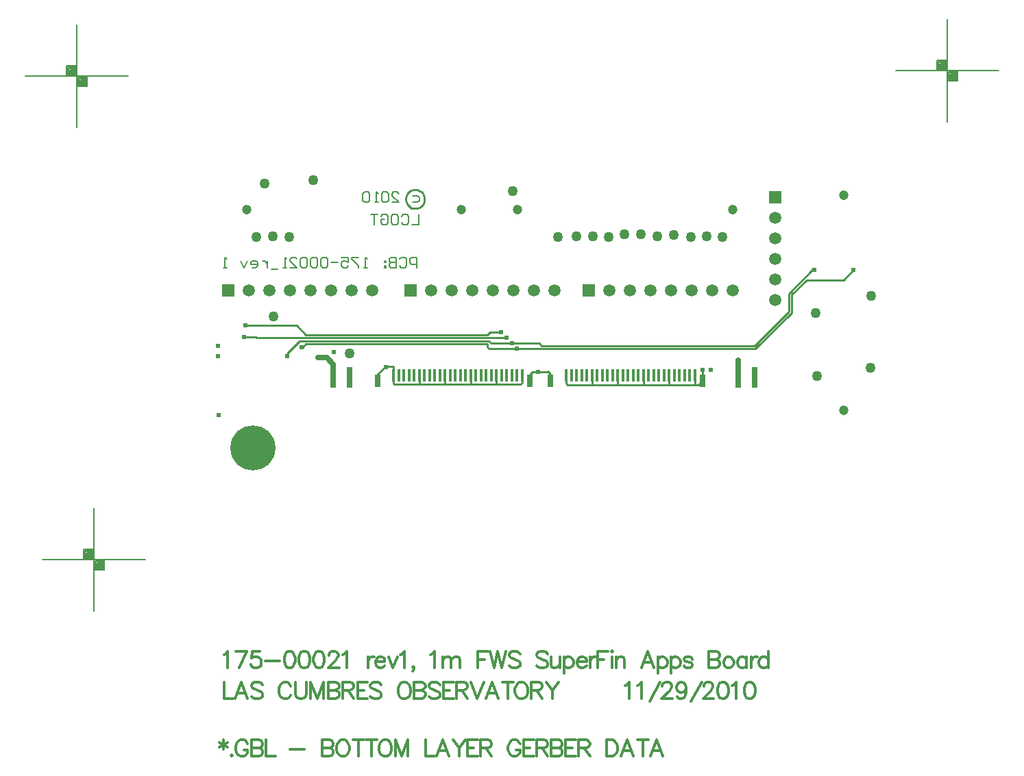
<source format=gbl>
%FSLAX23Y23*%
%MOIN*%
G70*
G01*
G75*
G04 Layer_Physical_Order=4*
G04 Layer_Color=16711680*
%ADD10O,0.079X0.024*%
%ADD11R,0.017X0.045*%
%ADD12R,0.014X0.060*%
%ADD13R,0.030X0.100*%
%ADD14R,0.031X0.060*%
%ADD15R,0.022X0.085*%
%ADD16R,0.039X0.059*%
%ADD17R,0.085X0.022*%
%ADD18C,0.020*%
%ADD19C,0.010*%
%ADD20C,0.025*%
%ADD21C,0.050*%
%ADD22C,0.005*%
%ADD23C,0.012*%
%ADD24C,0.008*%
%ADD25C,0.012*%
%ADD26C,0.012*%
%ADD27C,0.059*%
%ADD28R,0.059X0.059*%
%ADD29R,0.059X0.059*%
%ADD30C,0.047*%
%ADD31C,0.219*%
%ADD32C,0.050*%
%ADD33C,0.024*%
%ADD34C,0.040*%
%ADD35C,0.075*%
%ADD36C,0.087*%
%ADD37C,0.206*%
%ADD38C,0.068*%
G04:AMPARAMS|DCode=39|XSize=88mil|YSize=88mil|CornerRadius=0mil|HoleSize=0mil|Usage=FLASHONLY|Rotation=0.000|XOffset=0mil|YOffset=0mil|HoleType=Round|Shape=Relief|Width=10mil|Gap=10mil|Entries=4|*
%AMTHD39*
7,0,0,0.088,0.068,0.010,45*
%
%ADD39THD39*%
G04:AMPARAMS|DCode=40|XSize=70mil|YSize=70mil|CornerRadius=0mil|HoleSize=0mil|Usage=FLASHONLY|Rotation=0.000|XOffset=0mil|YOffset=0mil|HoleType=Round|Shape=Relief|Width=10mil|Gap=10mil|Entries=4|*
%AMTHD40*
7,0,0,0.070,0.050,0.010,45*
%
%ADD40THD40*%
D12*
X33449Y18602D02*
D03*
X33424D02*
D03*
X33399D02*
D03*
X33374D02*
D03*
X33349D02*
D03*
X33324D02*
D03*
X33299D02*
D03*
X33274D02*
D03*
X33249D02*
D03*
X33224D02*
D03*
X33199D02*
D03*
X33174D02*
D03*
X33149D02*
D03*
X33124D02*
D03*
X33099D02*
D03*
X33074D02*
D03*
X33049D02*
D03*
X33024D02*
D03*
X32999D02*
D03*
X32974D02*
D03*
X32949D02*
D03*
X32924D02*
D03*
X32899D02*
D03*
X32874D02*
D03*
X32849D02*
D03*
X32824D02*
D03*
X32608Y18603D02*
D03*
X32583D02*
D03*
X32558D02*
D03*
X32533D02*
D03*
X32508D02*
D03*
X32483D02*
D03*
X32458D02*
D03*
X32433D02*
D03*
X32408D02*
D03*
X32383D02*
D03*
X32358D02*
D03*
X32333D02*
D03*
X32308D02*
D03*
X32283D02*
D03*
X32258D02*
D03*
X32233D02*
D03*
X32208D02*
D03*
X32183D02*
D03*
X32158D02*
D03*
X32133D02*
D03*
X32108D02*
D03*
X32083D02*
D03*
X32058D02*
D03*
X32033D02*
D03*
X32008D02*
D03*
X31983D02*
D03*
D13*
X31691Y18593D02*
D03*
X31770D02*
D03*
X33661Y18593D02*
D03*
X33740D02*
D03*
D14*
X33486Y18575D02*
D03*
X32746D02*
D03*
X31906D02*
D03*
X32646D02*
D03*
D19*
X32134Y19461D02*
X32133Y19471D01*
X32130Y19480D01*
X32125Y19489D01*
X32118Y19496D01*
X32110Y19501D01*
X32101Y19505D01*
X32091Y19507D01*
X32081Y19506D01*
X32071Y19504D01*
X32062Y19499D01*
X32055Y19492D01*
X32049Y19485D01*
X32045Y19475D01*
X32043Y19466D01*
Y19456D01*
X32045Y19446D01*
X32049Y19437D01*
X32055Y19429D01*
X32062Y19423D01*
X32071Y19418D01*
X32081Y19415D01*
X32091Y19415D01*
X32101Y19416D01*
X32110Y19420D01*
X32118Y19426D01*
X32125Y19433D01*
X32130Y19441D01*
X32133Y19451D01*
X32134Y19461D01*
X31512Y18846D02*
X31557Y18801D01*
X31262Y18846D02*
X31512D01*
X31312Y18791D02*
X31317Y18786D01*
X31257Y18791D02*
X31312D01*
X31542Y18741D02*
X31557Y18756D01*
X31537Y18741D02*
X31542D01*
X31467Y18696D02*
Y18711D01*
X31527Y18771D01*
X32823Y18563D02*
Y18603D01*
X33467Y18557D02*
X33485Y18575D01*
X32823Y18563D02*
X32829Y18557D01*
X33448Y18558D02*
Y18603D01*
X33449Y18557D02*
X33467D01*
X33448Y18558D02*
X33449Y18557D01*
X33323Y18559D02*
Y18603D01*
X33325Y18557D02*
X33449D01*
X33323Y18559D02*
X33325Y18557D01*
X33198Y18557D02*
Y18603D01*
X33198Y18557D02*
X33325D01*
X33198Y18557D02*
X33198Y18557D01*
X33073Y18557D02*
Y18603D01*
X33073Y18557D02*
X33198D01*
X33073Y18557D02*
X33073Y18557D01*
X32948Y18557D02*
Y18603D01*
Y18557D02*
X32948Y18557D01*
X32829D02*
X32948D01*
X33073D01*
X33485Y18575D02*
Y18629D01*
X33485Y18629D01*
X32645Y18606D02*
X32660Y18621D01*
X32685D01*
X32734Y18622D02*
X32745Y18611D01*
X32733Y18621D02*
X32734Y18622D01*
X32685Y18621D02*
X32733D01*
X32608Y18567D02*
Y18602D01*
X32600Y18560D02*
X32608Y18567D01*
X31982Y18564D02*
X31986Y18560D01*
X31982Y18564D02*
Y18601D01*
X31983Y18602D01*
X32108Y18561D02*
Y18602D01*
X31986Y18560D02*
X32106D01*
X32108Y18561D01*
X32233Y18560D02*
Y18602D01*
X32106Y18560D02*
X32233D01*
X32233Y18560D02*
X32233Y18560D01*
X32358Y18561D02*
Y18602D01*
X32233Y18560D02*
X32359D01*
X32358Y18561D02*
X32359Y18560D01*
X32483Y18560D02*
Y18602D01*
X32482Y18560D02*
X32483Y18560D01*
X32359Y18560D02*
X32482D01*
X32600D01*
X32447Y18771D02*
X32459Y18759D01*
X32441Y18739D02*
Y18756D01*
Y18739D02*
X32448Y18732D01*
X32441Y18801D02*
X32453Y18813D01*
X32507D01*
X31317Y18786D02*
X32533D01*
X31527Y18771D02*
X32447D01*
X31557Y18756D02*
X32441D01*
X31557Y18801D02*
X32441D01*
X32692Y18759D02*
X32704Y18747D01*
X32459Y18759D02*
X32692D01*
X33738Y18747D02*
X33905Y18914D01*
Y19001D01*
X33920Y18908D02*
Y18995D01*
X33993Y19067D01*
X32704Y18747D02*
X33738D01*
X32448Y18732D02*
X33744D01*
X33920Y18908D01*
X33993Y19067D02*
X34173D01*
X34220Y19115D01*
X33905Y19001D02*
X34020Y19116D01*
X34030D01*
X31905Y18575D02*
Y18609D01*
X31945Y18648D01*
X31983D01*
Y18602D02*
Y18648D01*
X32745Y18575D02*
Y18611D01*
D20*
X31691Y18593D02*
Y18657D01*
X31658Y18690D02*
X31691Y18657D01*
X31617Y18690D02*
X31658D01*
X33661Y18593D02*
Y18675D01*
X33661Y18675D02*
X33661Y18675D01*
D23*
X31156Y16829D02*
Y16783D01*
X31137Y16817D02*
X31175Y16794D01*
Y16817D02*
X31137Y16794D01*
X31196Y16756D02*
X31192Y16753D01*
X31196Y16749D01*
X31199Y16753D01*
X31196Y16756D01*
X31274Y16810D02*
X31270Y16817D01*
X31263Y16825D01*
X31255Y16829D01*
X31240D01*
X31232Y16825D01*
X31224Y16817D01*
X31221Y16810D01*
X31217Y16798D01*
Y16779D01*
X31221Y16768D01*
X31224Y16760D01*
X31232Y16753D01*
X31240Y16749D01*
X31255D01*
X31263Y16753D01*
X31270Y16760D01*
X31274Y16768D01*
Y16779D01*
X31255D02*
X31274D01*
X31292Y16829D02*
Y16749D01*
Y16829D02*
X31327D01*
X31338Y16825D01*
X31342Y16821D01*
X31346Y16814D01*
Y16806D01*
X31342Y16798D01*
X31338Y16794D01*
X31327Y16791D01*
X31292D02*
X31327D01*
X31338Y16787D01*
X31342Y16783D01*
X31346Y16775D01*
Y16764D01*
X31342Y16756D01*
X31338Y16753D01*
X31327Y16749D01*
X31292D01*
X31363Y16829D02*
Y16749D01*
X31409D01*
X31481Y16783D02*
X31549D01*
X31636Y16829D02*
Y16749D01*
Y16829D02*
X31670D01*
X31682Y16825D01*
X31685Y16821D01*
X31689Y16814D01*
Y16806D01*
X31685Y16798D01*
X31682Y16794D01*
X31670Y16791D01*
X31636D02*
X31670D01*
X31682Y16787D01*
X31685Y16783D01*
X31689Y16775D01*
Y16764D01*
X31685Y16756D01*
X31682Y16753D01*
X31670Y16749D01*
X31636D01*
X31730Y16829D02*
X31722Y16825D01*
X31715Y16817D01*
X31711Y16810D01*
X31707Y16798D01*
Y16779D01*
X31711Y16768D01*
X31715Y16760D01*
X31722Y16753D01*
X31730Y16749D01*
X31745D01*
X31753Y16753D01*
X31760Y16760D01*
X31764Y16768D01*
X31768Y16779D01*
Y16798D01*
X31764Y16810D01*
X31760Y16817D01*
X31753Y16825D01*
X31745Y16829D01*
X31730D01*
X31813D02*
Y16749D01*
X31787Y16829D02*
X31840D01*
X31876D02*
Y16749D01*
X31849Y16829D02*
X31903D01*
X31935D02*
X31928Y16825D01*
X31920Y16817D01*
X31916Y16810D01*
X31912Y16798D01*
Y16779D01*
X31916Y16768D01*
X31920Y16760D01*
X31928Y16753D01*
X31935Y16749D01*
X31950D01*
X31958Y16753D01*
X31966Y16760D01*
X31969Y16768D01*
X31973Y16779D01*
Y16798D01*
X31969Y16810D01*
X31966Y16817D01*
X31958Y16825D01*
X31950Y16829D01*
X31935D01*
X31992D02*
Y16749D01*
Y16829D02*
X32022Y16749D01*
X32053Y16829D02*
X32022Y16749D01*
X32053Y16829D02*
Y16749D01*
X32139Y16829D02*
Y16749D01*
X32184D01*
X32254D02*
X32224Y16829D01*
X32193Y16749D01*
X32204Y16775D02*
X32243D01*
X32273Y16829D02*
X32303Y16791D01*
Y16749D01*
X32334Y16829D02*
X32303Y16791D01*
X32393Y16829D02*
X32344D01*
Y16749D01*
X32393D01*
X32344Y16791D02*
X32374D01*
X32407Y16829D02*
Y16749D01*
Y16829D02*
X32441D01*
X32452Y16825D01*
X32456Y16821D01*
X32460Y16814D01*
Y16806D01*
X32456Y16798D01*
X32452Y16794D01*
X32441Y16791D01*
X32407D01*
X32433D02*
X32460Y16749D01*
X32598Y16810D02*
X32594Y16817D01*
X32586Y16825D01*
X32579Y16829D01*
X32564D01*
X32556Y16825D01*
X32548Y16817D01*
X32545Y16810D01*
X32541Y16798D01*
Y16779D01*
X32545Y16768D01*
X32548Y16760D01*
X32556Y16753D01*
X32564Y16749D01*
X32579D01*
X32586Y16753D01*
X32594Y16760D01*
X32598Y16768D01*
Y16779D01*
X32579D02*
X32598D01*
X32666Y16829D02*
X32616D01*
Y16749D01*
X32666D01*
X32616Y16791D02*
X32647D01*
X32679Y16829D02*
Y16749D01*
Y16829D02*
X32713D01*
X32725Y16825D01*
X32729Y16821D01*
X32732Y16814D01*
Y16806D01*
X32729Y16798D01*
X32725Y16794D01*
X32713Y16791D01*
X32679D01*
X32706D02*
X32732Y16749D01*
X32750Y16829D02*
Y16749D01*
Y16829D02*
X32785D01*
X32796Y16825D01*
X32800Y16821D01*
X32804Y16814D01*
Y16806D01*
X32800Y16798D01*
X32796Y16794D01*
X32785Y16791D01*
X32750D02*
X32785D01*
X32796Y16787D01*
X32800Y16783D01*
X32804Y16775D01*
Y16764D01*
X32800Y16756D01*
X32796Y16753D01*
X32785Y16749D01*
X32750D01*
X32871Y16829D02*
X32821D01*
Y16749D01*
X32871D01*
X32821Y16791D02*
X32852D01*
X32884Y16829D02*
Y16749D01*
Y16829D02*
X32919D01*
X32930Y16825D01*
X32934Y16821D01*
X32938Y16814D01*
Y16806D01*
X32934Y16798D01*
X32930Y16794D01*
X32919Y16791D01*
X32884D01*
X32911D02*
X32938Y16749D01*
X33018Y16829D02*
Y16749D01*
Y16829D02*
X33045D01*
X33056Y16825D01*
X33064Y16817D01*
X33068Y16810D01*
X33072Y16798D01*
Y16779D01*
X33068Y16768D01*
X33064Y16760D01*
X33056Y16753D01*
X33045Y16749D01*
X33018D01*
X33151D02*
X33120Y16829D01*
X33090Y16749D01*
X33101Y16775D02*
X33139D01*
X33196Y16829D02*
Y16749D01*
X33169Y16829D02*
X33223D01*
X33293Y16749D02*
X33263Y16829D01*
X33232Y16749D01*
X33243Y16775D02*
X33282D01*
D24*
X32106Y19387D02*
Y19337D01*
X32073D01*
X32023Y19378D02*
X32031Y19387D01*
X32048D01*
X32056Y19378D01*
Y19345D01*
X32048Y19337D01*
X32031D01*
X32023Y19345D01*
X31981Y19387D02*
X31998D01*
X32006Y19378D01*
Y19345D01*
X31998Y19337D01*
X31981D01*
X31973Y19345D01*
Y19378D01*
X31981Y19387D01*
X31923Y19378D02*
X31931Y19387D01*
X31948D01*
X31956Y19378D01*
Y19345D01*
X31948Y19337D01*
X31931D01*
X31923Y19345D01*
Y19362D01*
X31940D01*
X31906Y19387D02*
X31873D01*
X31890D01*
Y19337D01*
X32075Y19478D02*
X32100D01*
X32108Y19470D01*
Y19453D01*
X32100Y19445D01*
X32075D01*
X31975D02*
X32008D01*
X31975Y19478D01*
Y19486D01*
X31983Y19495D01*
X32000D01*
X32008Y19486D01*
X31958D02*
X31950Y19495D01*
X31933D01*
X31925Y19486D01*
Y19453D01*
X31933Y19445D01*
X31950D01*
X31958Y19453D01*
Y19486D01*
X31908Y19445D02*
X31892D01*
X31900D01*
Y19495D01*
X31908Y19486D01*
X31867D02*
X31858Y19495D01*
X31842D01*
X31833Y19486D01*
Y19453D01*
X31842Y19445D01*
X31858D01*
X31867Y19453D01*
Y19486D01*
X32096Y19128D02*
Y19178D01*
X32071D01*
X32063Y19169D01*
Y19153D01*
X32071Y19144D01*
X32096D01*
X32013Y19169D02*
X32021Y19178D01*
X32038D01*
X32046Y19169D01*
Y19136D01*
X32038Y19128D01*
X32021D01*
X32013Y19136D01*
X31996Y19178D02*
Y19128D01*
X31971D01*
X31963Y19136D01*
Y19144D01*
X31971Y19153D01*
X31996D01*
X31971D01*
X31963Y19161D01*
Y19169D01*
X31971Y19178D01*
X31996D01*
X31946Y19161D02*
X31938D01*
Y19153D01*
X31946D01*
Y19161D01*
Y19136D02*
X31938D01*
Y19128D01*
X31946D01*
Y19136D01*
X31855Y19128D02*
X31838D01*
X31846D01*
Y19178D01*
X31855Y19169D01*
X31813Y19178D02*
X31780D01*
Y19169D01*
X31813Y19136D01*
Y19128D01*
X31730Y19178D02*
X31763D01*
Y19153D01*
X31746Y19161D01*
X31738D01*
X31730Y19153D01*
Y19136D01*
X31738Y19128D01*
X31755D01*
X31763Y19136D01*
X31713Y19153D02*
X31680D01*
X31663Y19169D02*
X31655Y19178D01*
X31638D01*
X31630Y19169D01*
Y19136D01*
X31638Y19128D01*
X31655D01*
X31663Y19136D01*
Y19169D01*
X31613D02*
X31605Y19178D01*
X31588D01*
X31580Y19169D01*
Y19136D01*
X31588Y19128D01*
X31605D01*
X31613Y19136D01*
Y19169D01*
X31563D02*
X31555Y19178D01*
X31538D01*
X31530Y19169D01*
Y19136D01*
X31538Y19128D01*
X31555D01*
X31563Y19136D01*
Y19169D01*
X31480Y19128D02*
X31513D01*
X31480Y19161D01*
Y19169D01*
X31488Y19178D01*
X31505D01*
X31513Y19169D01*
X31463Y19128D02*
X31446D01*
X31455D01*
Y19178D01*
X31463Y19169D01*
X31421Y19119D02*
X31388D01*
X31371Y19161D02*
Y19128D01*
Y19144D01*
X31363Y19153D01*
X31355Y19161D01*
X31347D01*
X31297Y19128D02*
X31313D01*
X31322Y19136D01*
Y19153D01*
X31313Y19161D01*
X31297D01*
X31288Y19153D01*
Y19144D01*
X31322D01*
X31272Y19161D02*
X31255Y19128D01*
X31238Y19161D01*
X31172Y19128D02*
X31155D01*
X31163D01*
Y19178D01*
X31172Y19169D01*
X34427Y20086D02*
X34927D01*
X34677Y19836D02*
Y20336D01*
X34627Y20086D02*
Y20136D01*
X34677D01*
X34727Y20036D02*
Y20086D01*
X34677Y20036D02*
X34727D01*
X34682Y20081D02*
X34722D01*
Y20041D02*
Y20081D01*
X34682Y20041D02*
X34722D01*
X34682D02*
Y20081D01*
X34687Y20076D02*
X34717D01*
Y20046D02*
Y20076D01*
X34687Y20046D02*
X34717D01*
X34687D02*
Y20071D01*
X34692D02*
X34712D01*
Y20051D02*
Y20071D01*
X34692Y20051D02*
X34712D01*
X34692D02*
Y20066D01*
X34697D02*
X34707D01*
Y20056D02*
Y20066D01*
X34697Y20056D02*
X34707D01*
X34697D02*
Y20066D01*
Y20061D02*
X34707D01*
X34632Y20131D02*
X34672D01*
Y20091D02*
Y20131D01*
X34632Y20091D02*
X34672D01*
X34632D02*
Y20131D01*
X34637Y20126D02*
X34667D01*
Y20096D02*
Y20126D01*
X34637Y20096D02*
X34667D01*
X34637D02*
Y20121D01*
X34642D02*
X34662D01*
Y20101D02*
Y20121D01*
X34642Y20101D02*
X34662D01*
X34642D02*
Y20116D01*
X34647D02*
X34657D01*
Y20106D02*
Y20116D01*
X34647Y20106D02*
X34657D01*
X34647D02*
Y20116D01*
Y20111D02*
X34657D01*
X30192Y20061D02*
X30692D01*
X30442Y19811D02*
Y20311D01*
X30392Y20061D02*
Y20111D01*
X30442D01*
X30492Y20011D02*
Y20061D01*
X30442Y20011D02*
X30492D01*
X30447Y20056D02*
X30487D01*
Y20016D02*
Y20056D01*
X30447Y20016D02*
X30487D01*
X30447D02*
Y20056D01*
X30452Y20051D02*
X30482D01*
Y20021D02*
Y20051D01*
X30452Y20021D02*
X30482D01*
X30452D02*
Y20046D01*
X30457D02*
X30477D01*
Y20026D02*
Y20046D01*
X30457Y20026D02*
X30477D01*
X30457D02*
Y20041D01*
X30462D02*
X30472D01*
Y20031D02*
Y20041D01*
X30462Y20031D02*
X30472D01*
X30462D02*
Y20041D01*
Y20036D02*
X30472D01*
X30397Y20106D02*
X30437D01*
Y20066D02*
Y20106D01*
X30397Y20066D02*
X30437D01*
X30397D02*
Y20106D01*
X30402Y20101D02*
X30432D01*
Y20071D02*
Y20101D01*
X30402Y20071D02*
X30432D01*
X30402D02*
Y20096D01*
X30407D02*
X30427D01*
Y20076D02*
Y20096D01*
X30407Y20076D02*
X30427D01*
X30407D02*
Y20091D01*
X30412D02*
X30422D01*
Y20081D02*
Y20091D01*
X30412Y20081D02*
X30422D01*
X30412D02*
Y20091D01*
Y20086D02*
X30422D01*
X30277Y17706D02*
X30777D01*
X30527Y17456D02*
Y17956D01*
X30477Y17706D02*
Y17756D01*
X30527D01*
X30577Y17656D02*
Y17706D01*
X30527Y17656D02*
X30577D01*
X30532Y17701D02*
X30572D01*
Y17661D02*
Y17701D01*
X30532Y17661D02*
X30572D01*
X30532D02*
Y17701D01*
X30537Y17696D02*
X30567D01*
Y17666D02*
Y17696D01*
X30537Y17666D02*
X30567D01*
X30537D02*
Y17691D01*
X30542D02*
X30562D01*
Y17671D02*
Y17691D01*
X30542Y17671D02*
X30562D01*
X30542D02*
Y17686D01*
X30547D02*
X30557D01*
Y17676D02*
Y17686D01*
X30547Y17676D02*
X30557D01*
X30547D02*
Y17686D01*
Y17681D02*
X30557D01*
X30482Y17751D02*
X30522D01*
Y17711D02*
Y17751D01*
X30482Y17711D02*
X30522D01*
X30482D02*
Y17751D01*
X30487Y17746D02*
X30517D01*
Y17716D02*
Y17746D01*
X30487Y17716D02*
X30517D01*
X30487D02*
Y17741D01*
X30492D02*
X30512D01*
Y17721D02*
Y17741D01*
X30492Y17721D02*
X30512D01*
X30492D02*
Y17736D01*
X30497D02*
X30507D01*
Y17726D02*
Y17736D01*
X30497Y17726D02*
X30507D01*
X30497D02*
Y17736D01*
Y17731D02*
X30507D01*
D25*
X31158Y17244D02*
X31166Y17248D01*
X31177Y17259D01*
Y17179D01*
X31270Y17259D02*
X31232Y17179D01*
X31217Y17259D02*
X31270D01*
X31334D02*
X31296D01*
X31292Y17225D01*
X31296Y17229D01*
X31307Y17233D01*
X31319D01*
X31330Y17229D01*
X31338Y17221D01*
X31341Y17210D01*
Y17202D01*
X31338Y17191D01*
X31330Y17183D01*
X31319Y17179D01*
X31307D01*
X31296Y17183D01*
X31292Y17187D01*
X31288Y17195D01*
X31359Y17214D02*
X31428D01*
X31474Y17259D02*
X31463Y17256D01*
X31455Y17244D01*
X31452Y17225D01*
Y17214D01*
X31455Y17195D01*
X31463Y17183D01*
X31474Y17179D01*
X31482D01*
X31493Y17183D01*
X31501Y17195D01*
X31505Y17214D01*
Y17225D01*
X31501Y17244D01*
X31493Y17256D01*
X31482Y17259D01*
X31474D01*
X31546D02*
X31534Y17256D01*
X31527Y17244D01*
X31523Y17225D01*
Y17214D01*
X31527Y17195D01*
X31534Y17183D01*
X31546Y17179D01*
X31553D01*
X31565Y17183D01*
X31572Y17195D01*
X31576Y17214D01*
Y17225D01*
X31572Y17244D01*
X31565Y17256D01*
X31553Y17259D01*
X31546D01*
X31617D02*
X31605Y17256D01*
X31598Y17244D01*
X31594Y17225D01*
Y17214D01*
X31598Y17195D01*
X31605Y17183D01*
X31617Y17179D01*
X31624D01*
X31636Y17183D01*
X31644Y17195D01*
X31647Y17214D01*
Y17225D01*
X31644Y17244D01*
X31636Y17256D01*
X31624Y17259D01*
X31617D01*
X31669Y17240D02*
Y17244D01*
X31673Y17252D01*
X31677Y17256D01*
X31684Y17259D01*
X31700D01*
X31707Y17256D01*
X31711Y17252D01*
X31715Y17244D01*
Y17237D01*
X31711Y17229D01*
X31703Y17217D01*
X31665Y17179D01*
X31719D01*
X31736Y17244D02*
X31744Y17248D01*
X31755Y17259D01*
Y17179D01*
X31858Y17233D02*
Y17179D01*
Y17210D02*
X31862Y17221D01*
X31869Y17229D01*
X31877Y17233D01*
X31888D01*
X31896Y17210D02*
X31941D01*
Y17217D01*
X31938Y17225D01*
X31934Y17229D01*
X31926Y17233D01*
X31915D01*
X31907Y17229D01*
X31899Y17221D01*
X31896Y17210D01*
Y17202D01*
X31899Y17191D01*
X31907Y17183D01*
X31915Y17179D01*
X31926D01*
X31934Y17183D01*
X31941Y17191D01*
X31958Y17233D02*
X31981Y17179D01*
X32004Y17233D02*
X31981Y17179D01*
X32017Y17244D02*
X32025Y17248D01*
X32036Y17259D01*
Y17179D01*
X32083Y17183D02*
X32080Y17179D01*
X32076Y17183D01*
X32080Y17187D01*
X32083Y17183D01*
Y17176D01*
X32080Y17168D01*
X32076Y17164D01*
X32164Y17244D02*
X32171Y17248D01*
X32183Y17259D01*
Y17179D01*
X32222Y17233D02*
Y17179D01*
Y17217D02*
X32234Y17229D01*
X32241Y17233D01*
X32253D01*
X32261Y17229D01*
X32264Y17217D01*
Y17179D01*
Y17217D02*
X32276Y17229D01*
X32283Y17233D01*
X32295D01*
X32302Y17229D01*
X32306Y17217D01*
Y17179D01*
X32394Y17259D02*
Y17179D01*
Y17259D02*
X32444D01*
X32394Y17221D02*
X32425D01*
X32453Y17259D02*
X32472Y17179D01*
X32491Y17259D02*
X32472Y17179D01*
X32491Y17259D02*
X32510Y17179D01*
X32529Y17259D02*
X32510Y17179D01*
X32598Y17248D02*
X32591Y17256D01*
X32579Y17259D01*
X32564D01*
X32553Y17256D01*
X32545Y17248D01*
Y17240D01*
X32549Y17233D01*
X32553Y17229D01*
X32560Y17225D01*
X32583Y17217D01*
X32591Y17214D01*
X32595Y17210D01*
X32598Y17202D01*
Y17191D01*
X32591Y17183D01*
X32579Y17179D01*
X32564D01*
X32553Y17183D01*
X32545Y17191D01*
X32732Y17248D02*
X32725Y17256D01*
X32713Y17259D01*
X32698D01*
X32687Y17256D01*
X32679Y17248D01*
Y17240D01*
X32683Y17233D01*
X32687Y17229D01*
X32694Y17225D01*
X32717Y17217D01*
X32725Y17214D01*
X32729Y17210D01*
X32732Y17202D01*
Y17191D01*
X32725Y17183D01*
X32713Y17179D01*
X32698D01*
X32687Y17183D01*
X32679Y17191D01*
X32750Y17233D02*
Y17195D01*
X32754Y17183D01*
X32762Y17179D01*
X32773D01*
X32781Y17183D01*
X32792Y17195D01*
Y17233D02*
Y17179D01*
X32813Y17233D02*
Y17153D01*
Y17221D02*
X32821Y17229D01*
X32828Y17233D01*
X32840D01*
X32847Y17229D01*
X32855Y17221D01*
X32859Y17210D01*
Y17202D01*
X32855Y17191D01*
X32847Y17183D01*
X32840Y17179D01*
X32828D01*
X32821Y17183D01*
X32813Y17191D01*
X32876Y17210D02*
X32922D01*
Y17217D01*
X32918Y17225D01*
X32914Y17229D01*
X32906Y17233D01*
X32895D01*
X32887Y17229D01*
X32880Y17221D01*
X32876Y17210D01*
Y17202D01*
X32880Y17191D01*
X32887Y17183D01*
X32895Y17179D01*
X32906D01*
X32914Y17183D01*
X32922Y17191D01*
X32939Y17233D02*
Y17179D01*
Y17210D02*
X32943Y17221D01*
X32950Y17229D01*
X32958Y17233D01*
X32969D01*
X32977Y17259D02*
Y17179D01*
Y17259D02*
X33026D01*
X32977Y17221D02*
X33007D01*
X33043Y17259D02*
X33047Y17256D01*
X33050Y17259D01*
X33047Y17263D01*
X33043Y17259D01*
X33047Y17233D02*
Y17179D01*
X33065Y17233D02*
Y17179D01*
Y17217D02*
X33076Y17229D01*
X33084Y17233D01*
X33095D01*
X33103Y17229D01*
X33106Y17217D01*
Y17179D01*
X33251D02*
X33221Y17259D01*
X33190Y17179D01*
X33202Y17206D02*
X33240D01*
X33270Y17233D02*
Y17153D01*
Y17221D02*
X33277Y17229D01*
X33285Y17233D01*
X33297D01*
X33304Y17229D01*
X33312Y17221D01*
X33316Y17210D01*
Y17202D01*
X33312Y17191D01*
X33304Y17183D01*
X33297Y17179D01*
X33285D01*
X33277Y17183D01*
X33270Y17191D01*
X33333Y17233D02*
Y17153D01*
Y17221D02*
X33340Y17229D01*
X33348Y17233D01*
X33359D01*
X33367Y17229D01*
X33375Y17221D01*
X33378Y17210D01*
Y17202D01*
X33375Y17191D01*
X33367Y17183D01*
X33359Y17179D01*
X33348D01*
X33340Y17183D01*
X33333Y17191D01*
X33437Y17221D02*
X33434Y17229D01*
X33422Y17233D01*
X33411D01*
X33399Y17229D01*
X33396Y17221D01*
X33399Y17214D01*
X33407Y17210D01*
X33426Y17206D01*
X33434Y17202D01*
X33437Y17195D01*
Y17191D01*
X33434Y17183D01*
X33422Y17179D01*
X33411D01*
X33399Y17183D01*
X33396Y17191D01*
X33517Y17259D02*
Y17179D01*
Y17259D02*
X33551D01*
X33563Y17256D01*
X33567Y17252D01*
X33570Y17244D01*
Y17237D01*
X33567Y17229D01*
X33563Y17225D01*
X33551Y17221D01*
X33517D02*
X33551D01*
X33563Y17217D01*
X33567Y17214D01*
X33570Y17206D01*
Y17195D01*
X33567Y17187D01*
X33563Y17183D01*
X33551Y17179D01*
X33517D01*
X33607Y17233D02*
X33600Y17229D01*
X33592Y17221D01*
X33588Y17210D01*
Y17202D01*
X33592Y17191D01*
X33600Y17183D01*
X33607Y17179D01*
X33619D01*
X33626Y17183D01*
X33634Y17191D01*
X33638Y17202D01*
Y17210D01*
X33634Y17221D01*
X33626Y17229D01*
X33619Y17233D01*
X33607D01*
X33701D02*
Y17179D01*
Y17221D02*
X33693Y17229D01*
X33686Y17233D01*
X33674D01*
X33667Y17229D01*
X33659Y17221D01*
X33655Y17210D01*
Y17202D01*
X33659Y17191D01*
X33667Y17183D01*
X33674Y17179D01*
X33686D01*
X33693Y17183D01*
X33701Y17191D01*
X33722Y17233D02*
Y17179D01*
Y17210D02*
X33726Y17221D01*
X33734Y17229D01*
X33741Y17233D01*
X33753D01*
X33806Y17259D02*
Y17179D01*
Y17221D02*
X33798Y17229D01*
X33790Y17233D01*
X33779D01*
X33771Y17229D01*
X33764Y17221D01*
X33760Y17210D01*
Y17202D01*
X33764Y17191D01*
X33771Y17183D01*
X33779Y17179D01*
X33790D01*
X33798Y17183D01*
X33806Y17191D01*
D26*
X31158Y17109D02*
Y17029D01*
X31204D01*
X31274D02*
X31243Y17109D01*
X31213Y17029D01*
X31224Y17056D02*
X31262D01*
X31346Y17098D02*
X31338Y17106D01*
X31327Y17109D01*
X31311D01*
X31300Y17106D01*
X31292Y17098D01*
Y17090D01*
X31296Y17083D01*
X31300Y17079D01*
X31308Y17075D01*
X31330Y17067D01*
X31338Y17064D01*
X31342Y17060D01*
X31346Y17052D01*
Y17041D01*
X31338Y17033D01*
X31327Y17029D01*
X31311D01*
X31300Y17033D01*
X31292Y17041D01*
X31484Y17090D02*
X31480Y17098D01*
X31472Y17106D01*
X31465Y17109D01*
X31449D01*
X31442Y17106D01*
X31434Y17098D01*
X31430Y17090D01*
X31426Y17079D01*
Y17060D01*
X31430Y17048D01*
X31434Y17041D01*
X31442Y17033D01*
X31449Y17029D01*
X31465D01*
X31472Y17033D01*
X31480Y17041D01*
X31484Y17048D01*
X31506Y17109D02*
Y17052D01*
X31510Y17041D01*
X31517Y17033D01*
X31529Y17029D01*
X31536D01*
X31548Y17033D01*
X31556Y17041D01*
X31559Y17052D01*
Y17109D01*
X31581D02*
Y17029D01*
Y17109D02*
X31612Y17029D01*
X31642Y17109D02*
X31612Y17029D01*
X31642Y17109D02*
Y17029D01*
X31665Y17109D02*
Y17029D01*
Y17109D02*
X31700D01*
X31711Y17106D01*
X31715Y17102D01*
X31719Y17094D01*
Y17086D01*
X31715Y17079D01*
X31711Y17075D01*
X31700Y17071D01*
X31665D02*
X31700D01*
X31711Y17067D01*
X31715Y17064D01*
X31719Y17056D01*
Y17045D01*
X31715Y17037D01*
X31711Y17033D01*
X31700Y17029D01*
X31665D01*
X31736Y17109D02*
Y17029D01*
Y17109D02*
X31771D01*
X31782Y17106D01*
X31786Y17102D01*
X31790Y17094D01*
Y17086D01*
X31786Y17079D01*
X31782Y17075D01*
X31771Y17071D01*
X31736D01*
X31763D02*
X31790Y17029D01*
X31857Y17109D02*
X31808D01*
Y17029D01*
X31857D01*
X31808Y17071D02*
X31838D01*
X31924Y17098D02*
X31916Y17106D01*
X31905Y17109D01*
X31890D01*
X31878Y17106D01*
X31871Y17098D01*
Y17090D01*
X31874Y17083D01*
X31878Y17079D01*
X31886Y17075D01*
X31909Y17067D01*
X31916Y17064D01*
X31920Y17060D01*
X31924Y17052D01*
Y17041D01*
X31916Y17033D01*
X31905Y17029D01*
X31890D01*
X31878Y17033D01*
X31871Y17041D01*
X32027Y17109D02*
X32020Y17106D01*
X32012Y17098D01*
X32008Y17090D01*
X32005Y17079D01*
Y17060D01*
X32008Y17048D01*
X32012Y17041D01*
X32020Y17033D01*
X32027Y17029D01*
X32043D01*
X32050Y17033D01*
X32058Y17041D01*
X32062Y17048D01*
X32066Y17060D01*
Y17079D01*
X32062Y17090D01*
X32058Y17098D01*
X32050Y17106D01*
X32043Y17109D01*
X32027D01*
X32084D02*
Y17029D01*
Y17109D02*
X32118D01*
X32130Y17106D01*
X32134Y17102D01*
X32138Y17094D01*
Y17086D01*
X32134Y17079D01*
X32130Y17075D01*
X32118Y17071D01*
X32084D02*
X32118D01*
X32130Y17067D01*
X32134Y17064D01*
X32138Y17056D01*
Y17045D01*
X32134Y17037D01*
X32130Y17033D01*
X32118Y17029D01*
X32084D01*
X32209Y17098D02*
X32201Y17106D01*
X32190Y17109D01*
X32174D01*
X32163Y17106D01*
X32155Y17098D01*
Y17090D01*
X32159Y17083D01*
X32163Y17079D01*
X32171Y17075D01*
X32193Y17067D01*
X32201Y17064D01*
X32205Y17060D01*
X32209Y17052D01*
Y17041D01*
X32201Y17033D01*
X32190Y17029D01*
X32174D01*
X32163Y17033D01*
X32155Y17041D01*
X32276Y17109D02*
X32227D01*
Y17029D01*
X32276D01*
X32227Y17071D02*
X32257D01*
X32289Y17109D02*
Y17029D01*
Y17109D02*
X32324D01*
X32335Y17106D01*
X32339Y17102D01*
X32343Y17094D01*
Y17086D01*
X32339Y17079D01*
X32335Y17075D01*
X32324Y17071D01*
X32289D01*
X32316D02*
X32343Y17029D01*
X32361Y17109D02*
X32391Y17029D01*
X32422Y17109D02*
X32391Y17029D01*
X32493D02*
X32462Y17109D01*
X32432Y17029D01*
X32443Y17056D02*
X32481D01*
X32538Y17109D02*
Y17029D01*
X32512Y17109D02*
X32565D01*
X32597D02*
X32590Y17106D01*
X32582Y17098D01*
X32578Y17090D01*
X32574Y17079D01*
Y17060D01*
X32578Y17048D01*
X32582Y17041D01*
X32590Y17033D01*
X32597Y17029D01*
X32612D01*
X32620Y17033D01*
X32628Y17041D01*
X32632Y17048D01*
X32635Y17060D01*
Y17079D01*
X32632Y17090D01*
X32628Y17098D01*
X32620Y17106D01*
X32612Y17109D01*
X32597D01*
X32654D02*
Y17029D01*
Y17109D02*
X32688D01*
X32700Y17106D01*
X32703Y17102D01*
X32707Y17094D01*
Y17086D01*
X32703Y17079D01*
X32700Y17075D01*
X32688Y17071D01*
X32654D01*
X32681D02*
X32707Y17029D01*
X32725Y17109D02*
X32756Y17071D01*
Y17029D01*
X32786Y17109D02*
X32756Y17071D01*
X33111Y17094D02*
X33118Y17098D01*
X33130Y17109D01*
Y17029D01*
X33169Y17094D02*
X33177Y17098D01*
X33188Y17109D01*
Y17029D01*
X33228Y17018D02*
X33281Y17109D01*
X33290Y17090D02*
Y17094D01*
X33294Y17102D01*
X33298Y17106D01*
X33306Y17109D01*
X33321D01*
X33328Y17106D01*
X33332Y17102D01*
X33336Y17094D01*
Y17086D01*
X33332Y17079D01*
X33325Y17067D01*
X33287Y17029D01*
X33340D01*
X33407Y17083D02*
X33404Y17071D01*
X33396Y17064D01*
X33384Y17060D01*
X33381D01*
X33369Y17064D01*
X33362Y17071D01*
X33358Y17083D01*
Y17086D01*
X33362Y17098D01*
X33369Y17106D01*
X33381Y17109D01*
X33384D01*
X33396Y17106D01*
X33404Y17098D01*
X33407Y17083D01*
Y17064D01*
X33404Y17045D01*
X33396Y17033D01*
X33384Y17029D01*
X33377D01*
X33365Y17033D01*
X33362Y17041D01*
X33429Y17018D02*
X33482Y17109D01*
X33492Y17090D02*
Y17094D01*
X33495Y17102D01*
X33499Y17106D01*
X33507Y17109D01*
X33522D01*
X33530Y17106D01*
X33533Y17102D01*
X33537Y17094D01*
Y17086D01*
X33533Y17079D01*
X33526Y17067D01*
X33488Y17029D01*
X33541D01*
X33582Y17109D02*
X33570Y17106D01*
X33563Y17094D01*
X33559Y17075D01*
Y17064D01*
X33563Y17045D01*
X33570Y17033D01*
X33582Y17029D01*
X33589D01*
X33601Y17033D01*
X33608Y17045D01*
X33612Y17064D01*
Y17075D01*
X33608Y17094D01*
X33601Y17106D01*
X33589Y17109D01*
X33582D01*
X33630Y17094D02*
X33638Y17098D01*
X33649Y17109D01*
Y17029D01*
X33712Y17109D02*
X33700Y17106D01*
X33693Y17094D01*
X33689Y17075D01*
Y17064D01*
X33693Y17045D01*
X33700Y17033D01*
X33712Y17029D01*
X33719D01*
X33731Y17033D01*
X33738Y17045D01*
X33742Y17064D01*
Y17075D01*
X33738Y17094D01*
X33731Y17106D01*
X33719Y17109D01*
X33712D01*
D27*
X33632Y19016D02*
D03*
X33532D02*
D03*
X33432D02*
D03*
X33332D02*
D03*
X33232D02*
D03*
X33132D02*
D03*
X33032D02*
D03*
X33838Y19369D02*
D03*
Y19269D02*
D03*
Y19169D02*
D03*
Y19069D02*
D03*
Y18969D02*
D03*
X32766Y19016D02*
D03*
X32666D02*
D03*
X32566D02*
D03*
X32466D02*
D03*
X32366D02*
D03*
X32266D02*
D03*
X32166D02*
D03*
X31880D02*
D03*
X31780D02*
D03*
X31680D02*
D03*
X31580D02*
D03*
X31480D02*
D03*
X31380D02*
D03*
X31280D02*
D03*
D28*
X32932D02*
D03*
X32066D02*
D03*
X31180D02*
D03*
D29*
X33838Y19469D02*
D03*
D30*
X31268Y19410D02*
D03*
X32313D02*
D03*
X34172Y19480D02*
D03*
Y18434D02*
D03*
X32587Y19410D02*
D03*
X33632D02*
D03*
D31*
X31298Y18250D02*
D03*
D32*
X34307Y18991D02*
D03*
X34037Y18906D02*
D03*
X34302Y18641D02*
D03*
X34042Y18601D02*
D03*
X32872Y19281D02*
D03*
X32952Y19281D02*
D03*
X33107Y19291D02*
D03*
X33187D02*
D03*
X33346Y19287D02*
D03*
X33582Y19276D02*
D03*
X31397Y19281D02*
D03*
X31317Y19276D02*
D03*
X31357Y19536D02*
D03*
X31398Y18889D02*
D03*
X31475Y19276D02*
D03*
X32564Y19499D02*
D03*
X31594Y19554D02*
D03*
X31771Y18710D02*
D03*
X32782Y19276D02*
D03*
X33031Y19277D02*
D03*
X33431Y19277D02*
D03*
X33507Y19281D02*
D03*
X33267Y19279D02*
D03*
D33*
X31262Y18846D02*
D03*
X31257Y18791D02*
D03*
X31537Y18741D02*
D03*
X31467Y18696D02*
D03*
X33485Y18629D02*
D03*
X33525Y18631D02*
D03*
X32685Y18621D02*
D03*
X31128Y18746D02*
D03*
X31129Y18695D02*
D03*
X31132Y18411D02*
D03*
X34220Y19115D02*
D03*
X34030Y19116D02*
D03*
X32583Y18732D02*
D03*
X32558Y18759D02*
D03*
X32534Y18786D02*
D03*
X32507Y18813D02*
D03*
X31945Y18643D02*
D03*
X31694Y18715D02*
D03*
X31617Y18690D02*
D03*
X33661Y18675D02*
D03*
M02*

</source>
